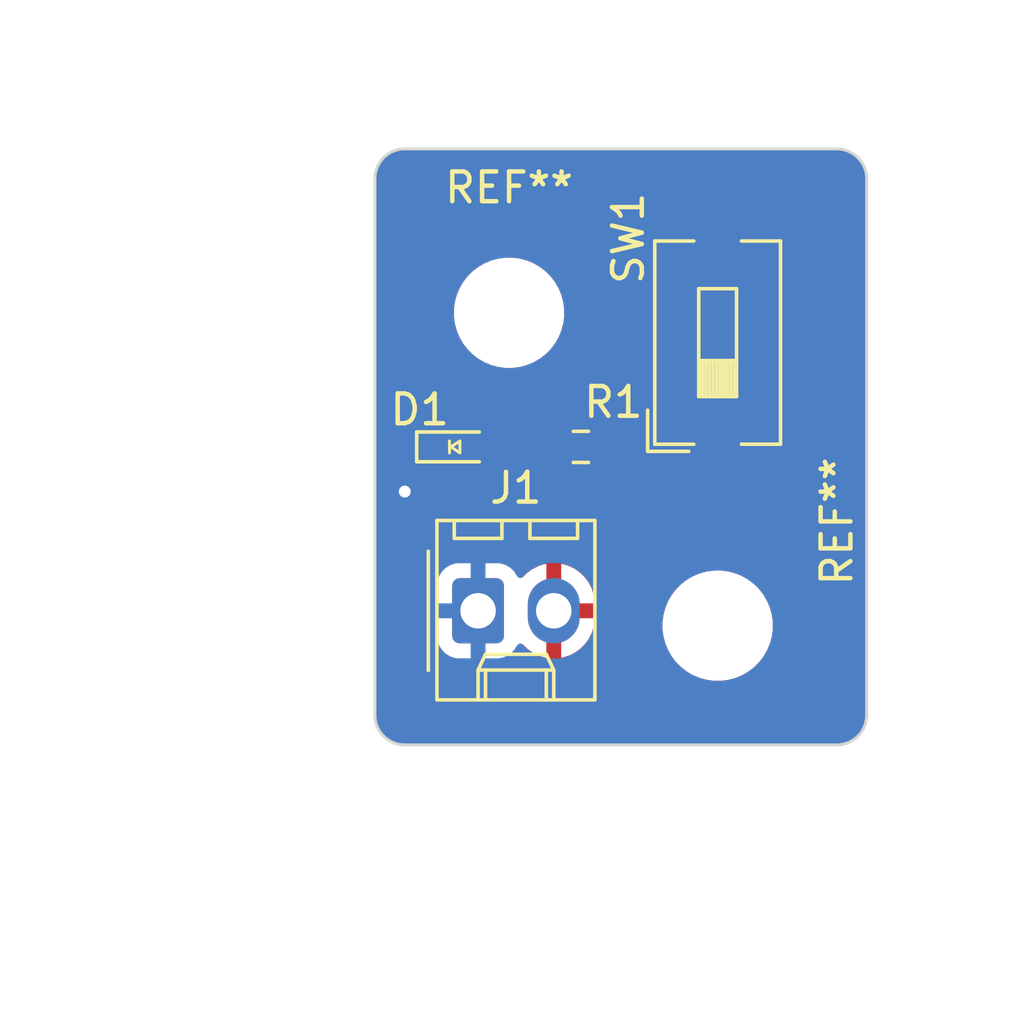
<source format=kicad_pcb>
(kicad_pcb (version 20240108) (generator "pcbnew") (generator_version "8.0")
  (title_block (title "LED Project_1 schematic") (date "2022-08-16") (rev "0.0") (company "Illini Solar Car") (comment 1 "Designed By: Noah Chansey"))
  (layers (0 "F.Cu" signal) (31 "B.Cu" signal) (34 "B.Paste" user) (35 "F.Paste" user) (36 "B.SilkS" user "B.Silkscreen") (37 "F.SilkS" user "F.Silkscreen") (38 "B.Mask" user) (39 "F.Mask" user) (44 "Edge.Cuts" user))
  (net 0 "")
  (net 1 "GND")
  (net 2 "Net-(D1-A)")
  (net 3 "+3V3")
  (net 4 "Net-(R1-Pad1)")
  (footprint "MountingHole:MountingHole_3.2mm_M3" (layer "F.Cu") (at 67 79.5)
    (property "Reference" "REF**" (at 4 -3.5 -90) (layer "F.SilkS"))
    (property "Value" "MountingHole_3.2mm_M3")
    (pad "" np_thru_hole circle (at 0 0) (size 3.2 3.2) (drill 3.2) (layers "*.Cu" "*.Mask"))
  )
  (footprint "Connector_Molex:Molex_KK-254_AE-6410-02A_1x02_P2.54mm_Vertical" (layer "F.Cu") (at 58.96 79)
    (property "Reference" "J1" (at 1.27 -4.12 0) (layer "F.SilkS"))
    (property "Value" "Conn_01x02")
    (fp_line (start -1.67 -2) (end -1.67 2) (stroke (width 0.12)) (layer "F.SilkS"))
    (fp_line (start -1.38 -3.03) (end -1.38 2.99) (stroke (width 0.12)) (layer "F.SilkS"))
    (fp_line (start -1.38 2.99) (end 3.92 2.99) (stroke (width 0.12)) (layer "F.SilkS"))
    (fp_line (start -0.8 -3.03) (end -0.8 -2.43) (stroke (width 0.12)) (layer "F.SilkS"))
    (fp_line (start -0.8 -2.43) (end 0.8 -2.43) (stroke (width 0.12)) (layer "F.SilkS"))
    (fp_line (start 0 1.99) (end 0.25 1.46) (stroke (width 0.12)) (layer "F.SilkS"))
    (fp_line (start 0 1.99) (end 2.54 1.99) (stroke (width 0.12)) (layer "F.SilkS"))
    (fp_line (start 0 2.99) (end 0 1.99) (stroke (width 0.12)) (layer "F.SilkS"))
    (fp_line (start 0.25 1.46) (end 2.29 1.46) (stroke (width 0.12)) (layer "F.SilkS"))
    (fp_line (start 0.25 2.99) (end 0.25 1.99) (stroke (width 0.12)) (layer "F.SilkS"))
    (fp_line (start 0.8 -2.43) (end 0.8 -3.03) (stroke (width 0.12)) (layer "F.SilkS"))
    (fp_line (start 1.74 -3.03) (end 1.74 -2.43) (stroke (width 0.12)) (layer "F.SilkS"))
    (fp_line (start 1.74 -2.43) (end 3.34 -2.43) (stroke (width 0.12)) (layer "F.SilkS"))
    (fp_line (start 2.29 1.46) (end 2.54 1.99) (stroke (width 0.12)) (layer "F.SilkS"))
    (fp_line (start 2.29 2.99) (end 2.29 1.99) (stroke (width 0.12)) (layer "F.SilkS"))
    (fp_line (start 2.54 1.99) (end 2.54 2.99) (stroke (width 0.12)) (layer "F.SilkS"))
    (fp_line (start 3.34 -2.43) (end 3.34 -3.03) (stroke (width 0.12)) (layer "F.SilkS"))
    (fp_line (start 3.92 -3.03) (end -1.38 -3.03) (stroke (width 0.12)) (layer "F.SilkS"))
    (fp_line (start 3.92 2.99) (end 3.92 -3.03) (stroke (width 0.12)) (layer "F.SilkS"))
    (pad "1" thru_hole roundrect (at 0 0) (size 1.74 2.19) (drill 1.19) (layers "*.Cu" "*.Mask") (roundrect_rratio 0.143678) (net 1 "GND"))
    (pad "2" thru_hole oval (at 2.54 0) (size 1.74 2.19) (drill 1.19) (layers "*.Cu" "*.Mask") (net 3 "+3V3"))
  )
  (footprint "Resistor_SMD:R_0603_1608Metric_Pad0.98x0.95mm_HandSolder" (layer "F.Cu") (at 62.4125 73.5 180)
    (property "Reference" "R1" (at -1.0875 1.5 360) (layer "F.SilkS"))
    (property "Value" "105")
    (fp_line (start -0.254724 0.5225) (end 0.254724 0.5225) (stroke (width 0.12)) (layer "F.SilkS"))
    (fp_line (start -0.254724 -0.5225) (end 0.254724 -0.5225) (stroke (width 0.12)) (layer "F.SilkS"))
    (pad "1" smd roundrect (at -0.9125 0 180) (size 0.975 0.95) (layers "F.Cu" "F.Paste" "F.Mask") (net 4 "Net-(R1-Pad1)"))
    (pad "2" smd roundrect (at 0.9125 0 180) (size 0.975 0.95) (layers "F.Cu" "F.Paste" "F.Mask") (net 2 "Net-(D1-A)"))
  )
  (footprint "MountingHole:MountingHole_3.2mm_M3" (layer "F.Cu") (at 60 69)
    (property "Reference" "REF**" (at 0 -4.2 0) (layer "F.SilkS"))
    (property "Value" "MountingHole_3.2mm_M3")
    (pad "" np_thru_hole circle (at 0 0) (size 3.2 3.2) (drill 3.2) (layers "*.Cu" "*.Mask"))
  )
  (footprint "layout:LED_0603_Symbol_on_F.SilkS" (layer "F.Cu") (at 58.2 73.5)
    (property "Reference" "D1" (at -1.2 -1.25 0) (layer "F.SilkS"))
    (property "Value" "LED_RED")
    (fp_line (start -1.3 -0.5) (end -1.3 0.5) (stroke (width 0.12)) (layer "F.SilkS"))
    (fp_line (start -1.3 -0.5) (end 0.8 -0.5) (stroke (width 0.12)) (layer "F.SilkS"))
    (fp_line (start -1.3 0.5) (end 0.8 0.5) (stroke (width 0.12)) (layer "F.SilkS"))
    (fp_line (start -0.2 -0.2) (end -0.2 0.2) (stroke (width 0.1)) (layer "F.SilkS"))
    (fp_line (start -0.15 0) (end 0.15 -0.2) (stroke (width 0.1)) (layer "F.SilkS"))
    (fp_line (start 0.15 -0.2) (end 0.15 0.2) (stroke (width 0.1)) (layer "F.SilkS"))
    (fp_line (start 0.15 0.2) (end -0.15 0) (stroke (width 0.1)) (layer "F.SilkS"))
    (pad "1" smd rect (at -0.8 0 180) (size 0.8 0.8) (layers "F.Cu" "F.Paste" "F.Mask") (net 1 "GND"))
    (pad "2" smd rect (at 0.8 0 180) (size 0.8 0.8) (layers "F.Cu" "F.Paste" "F.Mask") (net 2 "Net-(D1-A)"))
  )
  (footprint "Button_Switch_SMD:SW_DIP_SPSTx01_Slide_6.7x4.1mm_W8.61mm_P2.54mm_LowProfile" (layer "F.Cu") (at 67 70 90)
    (property "Reference" "SW1" (at 3.5 -3 90) (layer "F.SilkS"))
    (property "Value" "SW_Push")
    (fp_line (start -3.65 -2.35) (end -2.267 -2.35) (stroke (width 0.12)) (layer "F.SilkS"))
    (fp_line (start -3.65 -2.35) (end -3.65 -0.967) (stroke (width 0.12)) (layer "F.SilkS"))
    (fp_line (start 3.41 -2.11) (end 3.41 -0.8) (stroke (width 0.12)) (layer "F.SilkS"))
    (fp_line (start -3.41 -2.11) (end 3.41 -2.11) (stroke (width 0.12)) (layer "F.SilkS"))
    (fp_line (start -3.41 -2.11) (end -3.41 -0.8) (stroke (width 0.12)) (layer "F.SilkS"))
    (fp_line (start 1.81 -0.635) (end -1.81 -0.635) (stroke (width 0.12)) (layer "F.SilkS"))
    (fp_line (start -0.603333 -0.635) (end -0.603333 0.635) (stroke (width 0.12)) (layer "F.SilkS"))
    (fp_line (start -1.81 -0.635) (end -1.81 0.635) (stroke (width 0.12)) (layer "F.SilkS"))
    (fp_line (start -1.81 -0.515) (end -0.603333 -0.515) (stroke (width 0.12)) (layer "F.SilkS"))
    (fp_line (start -1.81 -0.395) (end -0.603333 -0.395) (stroke (width 0.12)) (layer "F.SilkS"))
    (fp_line (start -1.81 -0.275) (end -0.603333 -0.275) (stroke (width 0.12)) (layer "F.SilkS"))
    (fp_line (start -1.81 -0.155) (end -0.603333 -0.155) (stroke (width 0.12)) (layer "F.SilkS"))
    (fp_line (start -1.81 -0.035) (end -0.603333 -0.035) (stroke (width 0.12)) (layer "F.SilkS"))
    (fp_line (start -1.81 0.085) (end -0.603333 0.085) (stroke (width 0.12)) (layer "F.SilkS"))
    (fp_line (start -1.81 0.205) (end -0.603333 0.205) (stroke (width 0.12)) (layer "F.SilkS"))
    (fp_line (start -1.81 0.325) (end -0.603333 0.325) (stroke (width 0.12)) (layer "F.SilkS"))
    (fp_line (start -1.81 0.445) (end -0.603333 0.445) (stroke (width 0.12)) (layer "F.SilkS"))
    (fp_line (start -1.81 0.565) (end -0.603333 0.565) (stroke (width 0.12)) (layer "F.SilkS"))
    (fp_line (start 1.81 0.635) (end 1.81 -0.635) (stroke (width 0.12)) (layer "F.SilkS"))
    (fp_line (start -1.81 0.635) (end 1.81 0.635) (stroke (width 0.12)) (layer "F.SilkS"))
    (fp_line (start 3.41 0.8) (end 3.41 2.11) (stroke (width 0.12)) (layer "F.SilkS"))
    (fp_line (start -3.41 0.8) (end -3.41 2.11) (stroke (width 0.12)) (layer "F.SilkS"))
    (fp_line (start -3.41 2.11) (end 3.41 2.11) (stroke (width 0.12)) (layer "F.SilkS"))
    (pad "1" smd rect (at -4.305 0 90) (size 2.44 1.12) (layers "F.Cu" "F.Paste" "F.Mask") (net 3 "+3V3"))
    (pad "2" smd rect (at 4.305 0 90) (size 2.44 1.12) (layers "F.Cu" "F.Paste" "F.Mask") (net 4 "Net-(R1-Pad1)"))
  )
  (gr_arc (start 55.5 64.5) (mid 55.792893 63.792893) (end 56.5 63.5) (stroke (width 0.1)) (layer "Edge.Cuts"))
  (gr_line (start 71 63.5) (end 56.5 63.5) (stroke (width 0.1)) (layer "Edge.Cuts"))
  (gr_arc (start 56.5 83.5) (mid 55.792894 83.207107) (end 55.500001 82.500001) (stroke (width 0.1)) (layer "Edge.Cuts"))
  (gr_line (start 55.5 64.5) (end 55.500001 82.500001) (stroke (width 0.1)) (layer "Edge.Cuts"))
  (gr_line (start 56.5 83.5) (end 71 83.5) (stroke (width 0.1)) (layer "Edge.Cuts"))
  (gr_arc (start 72 82.5) (mid 71.707107 83.207107) (end 71 83.5) (stroke (width 0.1)) (layer "Edge.Cuts"))
  (gr_line (start 72 82.5) (end 71.999999 64.499999) (stroke (width 0.1)) (layer "Edge.Cuts"))
  (gr_arc (start 71 63.5) (mid 71.707106 63.792893) (end 71.999999 64.499999) (stroke (width 0.1)) (layer "Edge.Cuts"))
  (segment (start 57.4 73.5) (end 57.4 74.1) (width 0.25) (layer "F.Cu") (net 1))
  (segment (start 57.4 74.1) (end 56.5 75) (width 0.25) (layer "F.Cu") (net 1))
  (via (at 56.5 75) (size 0.8) (drill 0.4) (layers "F.Cu" "B.Cu") (net 1))
  (segment (start 59 73.5) (end 61.5 73.5) (width 0.25) (layer "F.Cu") (net 2))
  (segment (start 64 68) (end 64 71.5) (width 0.25) (layer "F.Cu") (net 4))
  (segment (start 67 65.695) (end 66.305 65.695) (width 0.25) (layer "F.Cu") (net 4))
  (segment (start 63.325 72.175) (end 63.325 73.5) (width 0.25) (layer "F.Cu") (net 4))
  (segment (start 64 71.5) (end 63.325 72.175) (width 0.25) (layer "F.Cu") (net 4))
  (segment (start 66.305 65.695) (end 64 68) (width 0.25) (layer "F.Cu") (net 4))
  (zone (net 3) (net_name "+3V3") (layer "F.Cu") (connect_pads (clearance 0.508)) (min_thickness 0.25) (fill yes (thermal_gap 0.5) (thermal_bridge_width 0.5))
    (polygon (pts (xy 55 63) (xy 72.5 63) (xy 72.5 84) (xy 55 84)))
  )
  (zone (net 1) (net_name "GND") (layer "B.Cu") (priority 1) (connect_pads (clearance 0.508)) (min_thickness 0.25) (fill yes (thermal_gap 0.5) (thermal_bridge_width 0.5))
    (polygon (pts (xy 55 63) (xy 72.5 63) (xy 72.5 84) (xy 55 84)))
  )
)
</source>
